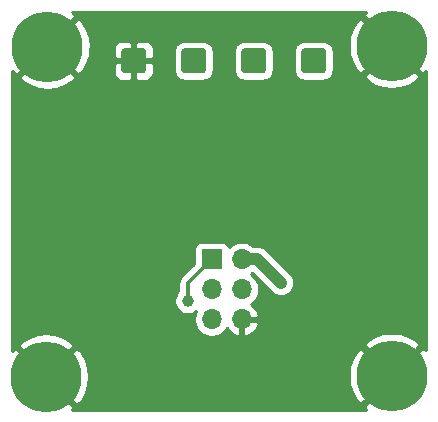
<source format=gbr>
%TF.GenerationSoftware,KiCad,Pcbnew,5.1.9*%
%TF.CreationDate,2021-02-14T15:49:58+01:00*%
%TF.ProjectId,test,74657374-2e6b-4696-9361-645f70636258,rev?*%
%TF.SameCoordinates,Original*%
%TF.FileFunction,Copper,L2,Bot*%
%TF.FilePolarity,Positive*%
%FSLAX46Y46*%
G04 Gerber Fmt 4.6, Leading zero omitted, Abs format (unit mm)*
G04 Created by KiCad (PCBNEW 5.1.9) date 2021-02-14 15:49:58*
%MOMM*%
%LPD*%
G01*
G04 APERTURE LIST*
%TA.AperFunction,ComponentPad*%
%ADD10O,1.700000X1.700000*%
%TD*%
%TA.AperFunction,ComponentPad*%
%ADD11R,1.700000X1.700000*%
%TD*%
%TA.AperFunction,ComponentPad*%
%ADD12C,0.800000*%
%TD*%
%TA.AperFunction,ComponentPad*%
%ADD13C,6.000000*%
%TD*%
%TA.AperFunction,ViaPad*%
%ADD14C,1.000000*%
%TD*%
%TA.AperFunction,Conductor*%
%ADD15C,1.000000*%
%TD*%
%TA.AperFunction,Conductor*%
%ADD16C,0.300000*%
%TD*%
%TA.AperFunction,Conductor*%
%ADD17C,0.254000*%
%TD*%
%TA.AperFunction,Conductor*%
%ADD18C,0.100000*%
%TD*%
G04 APERTURE END LIST*
D10*
%TO.P,J1,6*%
%TO.N,GND*%
X38354000Y-43484800D03*
%TO.P,J1,5*%
%TO.N,Net-(J1-Pad5)*%
X35814000Y-43484800D03*
%TO.P,J1,4*%
%TO.N,Net-(H3-Pad1)*%
X38354000Y-40944800D03*
%TO.P,J1,3*%
%TO.N,Net-(J1-Pad3)*%
X35814000Y-40944800D03*
%TO.P,J1,2*%
%TO.N,+5V*%
X38354000Y-38404800D03*
D11*
%TO.P,J1,1*%
%TO.N,Net-(J1-Pad1)*%
X35814000Y-38404800D03*
%TD*%
D12*
%TO.P,H8,1*%
%TO.N,GND*%
X52644990Y-46669010D03*
X51054000Y-46010000D03*
X49463010Y-46669010D03*
X48804000Y-48260000D03*
X49463010Y-49850990D03*
X51054000Y-50510000D03*
X52644990Y-49850990D03*
X53304000Y-48260000D03*
D13*
X51054000Y-48260000D03*
%TD*%
D12*
%TO.P,H7,1*%
%TO.N,GND*%
X52644990Y-18733010D03*
X51054000Y-18074000D03*
X49463010Y-18733010D03*
X48804000Y-20324000D03*
X49463010Y-21914990D03*
X51054000Y-22574000D03*
X52644990Y-21914990D03*
X53304000Y-20324000D03*
D13*
X51054000Y-20320000D03*
%TD*%
D12*
%TO.P,H6,1*%
%TO.N,GND*%
X23368000Y-46736000D03*
X21777010Y-46076990D03*
X20186020Y-46736000D03*
X19527010Y-48326990D03*
X20186020Y-49917980D03*
X21777010Y-50576990D03*
X23368000Y-49917980D03*
X24027010Y-48326990D03*
D13*
X21777010Y-48326990D03*
%TD*%
D12*
%TO.P,H5,1*%
%TO.N,GND*%
X23501980Y-18796000D03*
X21910990Y-18136990D03*
X20320000Y-18796000D03*
X19660990Y-20386990D03*
X20320000Y-21977980D03*
X21910990Y-22636990D03*
X23501980Y-21977980D03*
X24160990Y-20386990D03*
D13*
X21910990Y-20386990D03*
%TD*%
%TO.P,H4-Pwr,1*%
%TO.N,Net-(H4-Pad1)*%
%TA.AperFunction,ComponentPad*%
G36*
G01*
X43400000Y-22390000D02*
X43400000Y-20790000D01*
G75*
G02*
X43650000Y-20540000I250000J0D01*
G01*
X45250000Y-20540000D01*
G75*
G02*
X45500000Y-20790000I0J-250000D01*
G01*
X45500000Y-22390000D01*
G75*
G02*
X45250000Y-22640000I-250000J0D01*
G01*
X43650000Y-22640000D01*
G75*
G02*
X43400000Y-22390000I0J250000D01*
G01*
G37*
%TD.AperFunction*%
%TD*%
%TO.P,H3-Off,1*%
%TO.N,Net-(H3-Pad1)*%
%TA.AperFunction,ComponentPad*%
G36*
G01*
X38320000Y-22390000D02*
X38320000Y-20790000D01*
G75*
G02*
X38570000Y-20540000I250000J0D01*
G01*
X40170000Y-20540000D01*
G75*
G02*
X40420000Y-20790000I0J-250000D01*
G01*
X40420000Y-22390000D01*
G75*
G02*
X40170000Y-22640000I-250000J0D01*
G01*
X38570000Y-22640000D01*
G75*
G02*
X38320000Y-22390000I0J250000D01*
G01*
G37*
%TD.AperFunction*%
%TD*%
%TO.P,H2-GND,1*%
%TO.N,GND*%
%TA.AperFunction,ComponentPad*%
G36*
G01*
X28160000Y-22390000D02*
X28160000Y-20790000D01*
G75*
G02*
X28410000Y-20540000I250000J0D01*
G01*
X30010000Y-20540000D01*
G75*
G02*
X30260000Y-20790000I0J-250000D01*
G01*
X30260000Y-22390000D01*
G75*
G02*
X30010000Y-22640000I-250000J0D01*
G01*
X28410000Y-22640000D01*
G75*
G02*
X28160000Y-22390000I0J250000D01*
G01*
G37*
%TD.AperFunction*%
%TD*%
%TO.P,H1-VCC,1*%
%TO.N,Net-(C1-Pad1)*%
%TA.AperFunction,ComponentPad*%
G36*
G01*
X33240000Y-22390000D02*
X33240000Y-20790000D01*
G75*
G02*
X33490000Y-20540000I250000J0D01*
G01*
X35090000Y-20540000D01*
G75*
G02*
X35340000Y-20790000I0J-250000D01*
G01*
X35340000Y-22390000D01*
G75*
G02*
X35090000Y-22640000I-250000J0D01*
G01*
X33490000Y-22640000D01*
G75*
G02*
X33240000Y-22390000I0J250000D01*
G01*
G37*
%TD.AperFunction*%
%TD*%
D14*
%TO.N,+5V*%
X41656000Y-40386000D03*
%TO.N,Net-(J1-Pad1)*%
X33782000Y-41921800D03*
%TD*%
D15*
%TO.N,+5V*%
X38354000Y-38404800D02*
X38658800Y-38404800D01*
X38354000Y-38404800D02*
X39674800Y-38404800D01*
X39674800Y-38404800D02*
X41656000Y-40386000D01*
D16*
%TO.N,Net-(J1-Pad1)*%
X33782000Y-40436800D02*
X35814000Y-38404800D01*
X33782000Y-41921800D02*
X33782000Y-40436800D01*
%TD*%
D17*
%TO.N,GND*%
X48674919Y-17761314D02*
X48936578Y-18022973D01*
X48936174Y-18026569D01*
X49463010Y-18553405D01*
X49465010Y-18551405D01*
X49644615Y-18731010D01*
X49642615Y-18733010D01*
X50169451Y-19259846D01*
X50173047Y-19259442D01*
X51054000Y-20140395D01*
X51068143Y-20126253D01*
X51247748Y-20305858D01*
X51233605Y-20320000D01*
X52118558Y-21204953D01*
X52118154Y-21208549D01*
X52644990Y-21735385D01*
X52646990Y-21733385D01*
X52826595Y-21912990D01*
X52824595Y-21914990D01*
X53351431Y-22441826D01*
X53355027Y-22441422D01*
X53612686Y-22699081D01*
X53949303Y-22457882D01*
X53941580Y-46116585D01*
X53612686Y-45880919D01*
X51233605Y-48260000D01*
X51247748Y-48274143D01*
X51068143Y-48453748D01*
X51054000Y-48439605D01*
X48674919Y-50818686D01*
X48916617Y-51156000D01*
X23962393Y-51156000D01*
X24156091Y-50885676D01*
X21777010Y-48506595D01*
X21762868Y-48520738D01*
X21583263Y-48341133D01*
X21597405Y-48326990D01*
X21956615Y-48326990D01*
X24335696Y-50706071D01*
X24804878Y-50369884D01*
X25145247Y-49739922D01*
X25356176Y-49055663D01*
X25429560Y-48343401D01*
X25420183Y-48243589D01*
X47401450Y-48243589D01*
X47468431Y-48956482D01*
X47673204Y-49642609D01*
X48007898Y-50275603D01*
X48026132Y-50302894D01*
X48495314Y-50639081D01*
X50874395Y-48260000D01*
X48495314Y-45880919D01*
X48026132Y-46217106D01*
X47685763Y-46847068D01*
X47474834Y-47531327D01*
X47401450Y-48243589D01*
X25420183Y-48243589D01*
X25362579Y-47630508D01*
X25157806Y-46944381D01*
X24823112Y-46311387D01*
X24804878Y-46284096D01*
X24335696Y-45947909D01*
X21956615Y-48326990D01*
X21597405Y-48326990D01*
X19218324Y-45947909D01*
X18948000Y-46141607D01*
X18948000Y-45768304D01*
X19397929Y-45768304D01*
X21777010Y-48147385D01*
X24156091Y-45768304D01*
X24108091Y-45701314D01*
X48674919Y-45701314D01*
X51054000Y-48080395D01*
X53433081Y-45701314D01*
X53096894Y-45232132D01*
X52466932Y-44891763D01*
X51782673Y-44680834D01*
X51070411Y-44607450D01*
X50357518Y-44674431D01*
X49671391Y-44879204D01*
X49038397Y-45213898D01*
X49011106Y-45232132D01*
X48674919Y-45701314D01*
X24108091Y-45701314D01*
X23819904Y-45299122D01*
X23189942Y-44958753D01*
X22505683Y-44747824D01*
X21793421Y-44674440D01*
X21080528Y-44741421D01*
X20394401Y-44946194D01*
X19761407Y-45280888D01*
X19734116Y-45299122D01*
X19397929Y-45768304D01*
X18948000Y-45768304D01*
X18948000Y-41810012D01*
X32647000Y-41810012D01*
X32647000Y-42033588D01*
X32690617Y-42252867D01*
X32776176Y-42459424D01*
X32900388Y-42645320D01*
X33058480Y-42803412D01*
X33244376Y-42927624D01*
X33450933Y-43013183D01*
X33670212Y-43056800D01*
X33893788Y-43056800D01*
X34113067Y-43013183D01*
X34319624Y-42927624D01*
X34482523Y-42818778D01*
X34386068Y-43051642D01*
X34329000Y-43338540D01*
X34329000Y-43631060D01*
X34386068Y-43917958D01*
X34498010Y-44188211D01*
X34660525Y-44431432D01*
X34867368Y-44638275D01*
X35110589Y-44800790D01*
X35380842Y-44912732D01*
X35667740Y-44969800D01*
X35960260Y-44969800D01*
X36247158Y-44912732D01*
X36517411Y-44800790D01*
X36760632Y-44638275D01*
X36967475Y-44431432D01*
X37085100Y-44255394D01*
X37256412Y-44485069D01*
X37472645Y-44679978D01*
X37722748Y-44828957D01*
X37997109Y-44926281D01*
X38227000Y-44805614D01*
X38227000Y-43611800D01*
X38481000Y-43611800D01*
X38481000Y-44805614D01*
X38710891Y-44926281D01*
X38985252Y-44828957D01*
X39235355Y-44679978D01*
X39451588Y-44485069D01*
X39625641Y-44251720D01*
X39750825Y-43988899D01*
X39795476Y-43841690D01*
X39674155Y-43611800D01*
X38481000Y-43611800D01*
X38227000Y-43611800D01*
X38207000Y-43611800D01*
X38207000Y-43357800D01*
X38227000Y-43357800D01*
X38227000Y-43337800D01*
X38481000Y-43337800D01*
X38481000Y-43357800D01*
X39674155Y-43357800D01*
X39795476Y-43127910D01*
X39750825Y-42980701D01*
X39625641Y-42717880D01*
X39451588Y-42484531D01*
X39235355Y-42289622D01*
X39118466Y-42219995D01*
X39300632Y-42098275D01*
X39507475Y-41891432D01*
X39669990Y-41648211D01*
X39781932Y-41377958D01*
X39839000Y-41091060D01*
X39839000Y-40798540D01*
X39781932Y-40511642D01*
X39669990Y-40241389D01*
X39507475Y-39998168D01*
X39300632Y-39791325D01*
X39126240Y-39674800D01*
X39254181Y-39589312D01*
X40774388Y-41109520D01*
X40932480Y-41267612D01*
X40979074Y-41298745D01*
X41022377Y-41334283D01*
X41071780Y-41360690D01*
X41118376Y-41391824D01*
X41170151Y-41413270D01*
X41219553Y-41439676D01*
X41273158Y-41455937D01*
X41324933Y-41477383D01*
X41379894Y-41488315D01*
X41433501Y-41504577D01*
X41489253Y-41510068D01*
X41544212Y-41521000D01*
X41600248Y-41521000D01*
X41656000Y-41526491D01*
X41711751Y-41521000D01*
X41767788Y-41521000D01*
X41822748Y-41510068D01*
X41878498Y-41504577D01*
X41932103Y-41488316D01*
X41987067Y-41477383D01*
X42038845Y-41455936D01*
X42092446Y-41439676D01*
X42141845Y-41413272D01*
X42193624Y-41391824D01*
X42240224Y-41360687D01*
X42289622Y-41334283D01*
X42332920Y-41298749D01*
X42379520Y-41267612D01*
X42419151Y-41227981D01*
X42462448Y-41192448D01*
X42497981Y-41149151D01*
X42537612Y-41109520D01*
X42568749Y-41062920D01*
X42604283Y-41019622D01*
X42630687Y-40970224D01*
X42661824Y-40923624D01*
X42683272Y-40871845D01*
X42709676Y-40822446D01*
X42725936Y-40768845D01*
X42747383Y-40717067D01*
X42758316Y-40662103D01*
X42774577Y-40608498D01*
X42780068Y-40552748D01*
X42791000Y-40497788D01*
X42791000Y-40441751D01*
X42796491Y-40386000D01*
X42791000Y-40330248D01*
X42791000Y-40274212D01*
X42780068Y-40219253D01*
X42774577Y-40163501D01*
X42758315Y-40109894D01*
X42747383Y-40054933D01*
X42725937Y-40003158D01*
X42709676Y-39949553D01*
X42683270Y-39900151D01*
X42661824Y-39848376D01*
X42630690Y-39801780D01*
X42604283Y-39752377D01*
X42568745Y-39709074D01*
X42537612Y-39662480D01*
X42379520Y-39504388D01*
X40516796Y-37641665D01*
X40481249Y-37598351D01*
X40308423Y-37456516D01*
X40111247Y-37351124D01*
X39897299Y-37286223D01*
X39730552Y-37269800D01*
X39730551Y-37269800D01*
X39674800Y-37264309D01*
X39619049Y-37269800D01*
X39319107Y-37269800D01*
X39300632Y-37251325D01*
X39057411Y-37088810D01*
X38787158Y-36976868D01*
X38500260Y-36919800D01*
X38207740Y-36919800D01*
X37920842Y-36976868D01*
X37650589Y-37088810D01*
X37407368Y-37251325D01*
X37275513Y-37383180D01*
X37253502Y-37310620D01*
X37194537Y-37200306D01*
X37115185Y-37103615D01*
X37018494Y-37024263D01*
X36908180Y-36965298D01*
X36788482Y-36928988D01*
X36664000Y-36916728D01*
X34964000Y-36916728D01*
X34839518Y-36928988D01*
X34719820Y-36965298D01*
X34609506Y-37024263D01*
X34512815Y-37103615D01*
X34433463Y-37200306D01*
X34374498Y-37310620D01*
X34338188Y-37430318D01*
X34325928Y-37554800D01*
X34325928Y-38782714D01*
X33254185Y-39854458D01*
X33224237Y-39879036D01*
X33199659Y-39908984D01*
X33199655Y-39908988D01*
X33166690Y-39949156D01*
X33126139Y-39998567D01*
X33096011Y-40054933D01*
X33053246Y-40134941D01*
X33008359Y-40282914D01*
X32993203Y-40436800D01*
X32997001Y-40475362D01*
X32997001Y-41101667D01*
X32900388Y-41198280D01*
X32776176Y-41384176D01*
X32690617Y-41590733D01*
X32647000Y-41810012D01*
X18948000Y-41810012D01*
X18948000Y-22945676D01*
X19531909Y-22945676D01*
X19868096Y-23414858D01*
X20498058Y-23755227D01*
X21182317Y-23966156D01*
X21894579Y-24039540D01*
X22607472Y-23972559D01*
X23293599Y-23767786D01*
X23926593Y-23433092D01*
X23953884Y-23414858D01*
X24290071Y-22945676D01*
X21910990Y-20566595D01*
X19531909Y-22945676D01*
X18948000Y-22945676D01*
X18948000Y-22476372D01*
X19352304Y-22766071D01*
X21731385Y-20386990D01*
X22090595Y-20386990D01*
X24469676Y-22766071D01*
X24645620Y-22640000D01*
X27521928Y-22640000D01*
X27534188Y-22764482D01*
X27570498Y-22884180D01*
X27629463Y-22994494D01*
X27708815Y-23091185D01*
X27805506Y-23170537D01*
X27915820Y-23229502D01*
X28035518Y-23265812D01*
X28160000Y-23278072D01*
X28924250Y-23275000D01*
X29083000Y-23116250D01*
X29083000Y-21717000D01*
X29337000Y-21717000D01*
X29337000Y-23116250D01*
X29495750Y-23275000D01*
X30260000Y-23278072D01*
X30384482Y-23265812D01*
X30504180Y-23229502D01*
X30614494Y-23170537D01*
X30711185Y-23091185D01*
X30790537Y-22994494D01*
X30849502Y-22884180D01*
X30885812Y-22764482D01*
X30898072Y-22640000D01*
X30895000Y-21875750D01*
X30736250Y-21717000D01*
X29337000Y-21717000D01*
X29083000Y-21717000D01*
X27683750Y-21717000D01*
X27525000Y-21875750D01*
X27521928Y-22640000D01*
X24645620Y-22640000D01*
X24938858Y-22429884D01*
X25279227Y-21799922D01*
X25490156Y-21115663D01*
X25549466Y-20540000D01*
X27521928Y-20540000D01*
X27525000Y-21304250D01*
X27683750Y-21463000D01*
X29083000Y-21463000D01*
X29083000Y-20063750D01*
X29337000Y-20063750D01*
X29337000Y-21463000D01*
X30736250Y-21463000D01*
X30895000Y-21304250D01*
X30897067Y-20790000D01*
X32601928Y-20790000D01*
X32601928Y-22390000D01*
X32618992Y-22563254D01*
X32669528Y-22729850D01*
X32751595Y-22883386D01*
X32862038Y-23017962D01*
X32996614Y-23128405D01*
X33150150Y-23210472D01*
X33316746Y-23261008D01*
X33490000Y-23278072D01*
X35090000Y-23278072D01*
X35263254Y-23261008D01*
X35429850Y-23210472D01*
X35583386Y-23128405D01*
X35717962Y-23017962D01*
X35828405Y-22883386D01*
X35910472Y-22729850D01*
X35961008Y-22563254D01*
X35978072Y-22390000D01*
X35978072Y-20790000D01*
X37681928Y-20790000D01*
X37681928Y-22390000D01*
X37698992Y-22563254D01*
X37749528Y-22729850D01*
X37831595Y-22883386D01*
X37942038Y-23017962D01*
X38076614Y-23128405D01*
X38230150Y-23210472D01*
X38396746Y-23261008D01*
X38570000Y-23278072D01*
X40170000Y-23278072D01*
X40343254Y-23261008D01*
X40509850Y-23210472D01*
X40663386Y-23128405D01*
X40797962Y-23017962D01*
X40908405Y-22883386D01*
X40990472Y-22729850D01*
X41041008Y-22563254D01*
X41058072Y-22390000D01*
X41058072Y-20790000D01*
X42761928Y-20790000D01*
X42761928Y-22390000D01*
X42778992Y-22563254D01*
X42829528Y-22729850D01*
X42911595Y-22883386D01*
X43022038Y-23017962D01*
X43156614Y-23128405D01*
X43310150Y-23210472D01*
X43476746Y-23261008D01*
X43650000Y-23278072D01*
X45250000Y-23278072D01*
X45423254Y-23261008D01*
X45589850Y-23210472D01*
X45743386Y-23128405D01*
X45877962Y-23017962D01*
X45988405Y-22883386D01*
X45990917Y-22878686D01*
X48674919Y-22878686D01*
X49011106Y-23347868D01*
X49641068Y-23688237D01*
X50325327Y-23899166D01*
X51037589Y-23972550D01*
X51750482Y-23905569D01*
X52436609Y-23700796D01*
X53069603Y-23366102D01*
X53096894Y-23347868D01*
X53433081Y-22878686D01*
X51054000Y-20499605D01*
X48674919Y-22878686D01*
X45990917Y-22878686D01*
X46070472Y-22729850D01*
X46121008Y-22563254D01*
X46138072Y-22390000D01*
X46138072Y-20790000D01*
X46121008Y-20616746D01*
X46070472Y-20450150D01*
X45992134Y-20303589D01*
X47401450Y-20303589D01*
X47468431Y-21016482D01*
X47673204Y-21702609D01*
X48007898Y-22335603D01*
X48026132Y-22362894D01*
X48495314Y-22699081D01*
X48752973Y-22441422D01*
X48756569Y-22441826D01*
X49283405Y-21914990D01*
X49281405Y-21912990D01*
X49461010Y-21733385D01*
X49463010Y-21735385D01*
X49989846Y-21208549D01*
X49989442Y-21204953D01*
X50874395Y-20320000D01*
X48495314Y-17940919D01*
X48026132Y-18277106D01*
X47685763Y-18907068D01*
X47474834Y-19591327D01*
X47401450Y-20303589D01*
X45992134Y-20303589D01*
X45988405Y-20296614D01*
X45877962Y-20162038D01*
X45743386Y-20051595D01*
X45589850Y-19969528D01*
X45423254Y-19918992D01*
X45250000Y-19901928D01*
X43650000Y-19901928D01*
X43476746Y-19918992D01*
X43310150Y-19969528D01*
X43156614Y-20051595D01*
X43022038Y-20162038D01*
X42911595Y-20296614D01*
X42829528Y-20450150D01*
X42778992Y-20616746D01*
X42761928Y-20790000D01*
X41058072Y-20790000D01*
X41041008Y-20616746D01*
X40990472Y-20450150D01*
X40908405Y-20296614D01*
X40797962Y-20162038D01*
X40663386Y-20051595D01*
X40509850Y-19969528D01*
X40343254Y-19918992D01*
X40170000Y-19901928D01*
X38570000Y-19901928D01*
X38396746Y-19918992D01*
X38230150Y-19969528D01*
X38076614Y-20051595D01*
X37942038Y-20162038D01*
X37831595Y-20296614D01*
X37749528Y-20450150D01*
X37698992Y-20616746D01*
X37681928Y-20790000D01*
X35978072Y-20790000D01*
X35961008Y-20616746D01*
X35910472Y-20450150D01*
X35828405Y-20296614D01*
X35717962Y-20162038D01*
X35583386Y-20051595D01*
X35429850Y-19969528D01*
X35263254Y-19918992D01*
X35090000Y-19901928D01*
X33490000Y-19901928D01*
X33316746Y-19918992D01*
X33150150Y-19969528D01*
X32996614Y-20051595D01*
X32862038Y-20162038D01*
X32751595Y-20296614D01*
X32669528Y-20450150D01*
X32618992Y-20616746D01*
X32601928Y-20790000D01*
X30897067Y-20790000D01*
X30898072Y-20540000D01*
X30885812Y-20415518D01*
X30849502Y-20295820D01*
X30790537Y-20185506D01*
X30711185Y-20088815D01*
X30614494Y-20009463D01*
X30504180Y-19950498D01*
X30384482Y-19914188D01*
X30260000Y-19901928D01*
X29495750Y-19905000D01*
X29337000Y-20063750D01*
X29083000Y-20063750D01*
X28924250Y-19905000D01*
X28160000Y-19901928D01*
X28035518Y-19914188D01*
X27915820Y-19950498D01*
X27805506Y-20009463D01*
X27708815Y-20088815D01*
X27629463Y-20185506D01*
X27570498Y-20295820D01*
X27534188Y-20415518D01*
X27521928Y-20540000D01*
X25549466Y-20540000D01*
X25563540Y-20403401D01*
X25496559Y-19690508D01*
X25291786Y-19004381D01*
X24957092Y-18371387D01*
X24938858Y-18344096D01*
X24469676Y-18007909D01*
X22090595Y-20386990D01*
X21731385Y-20386990D01*
X21717243Y-20372848D01*
X21896848Y-20193243D01*
X21910990Y-20207385D01*
X24290071Y-17828304D01*
X24000372Y-17424000D01*
X48916617Y-17424000D01*
X48674919Y-17761314D01*
%TA.AperFunction,Conductor*%
D18*
G36*
X48674919Y-17761314D02*
G01*
X48936578Y-18022973D01*
X48936174Y-18026569D01*
X49463010Y-18553405D01*
X49465010Y-18551405D01*
X49644615Y-18731010D01*
X49642615Y-18733010D01*
X50169451Y-19259846D01*
X50173047Y-19259442D01*
X51054000Y-20140395D01*
X51068143Y-20126253D01*
X51247748Y-20305858D01*
X51233605Y-20320000D01*
X52118558Y-21204953D01*
X52118154Y-21208549D01*
X52644990Y-21735385D01*
X52646990Y-21733385D01*
X52826595Y-21912990D01*
X52824595Y-21914990D01*
X53351431Y-22441826D01*
X53355027Y-22441422D01*
X53612686Y-22699081D01*
X53949303Y-22457882D01*
X53941580Y-46116585D01*
X53612686Y-45880919D01*
X51233605Y-48260000D01*
X51247748Y-48274143D01*
X51068143Y-48453748D01*
X51054000Y-48439605D01*
X48674919Y-50818686D01*
X48916617Y-51156000D01*
X23962393Y-51156000D01*
X24156091Y-50885676D01*
X21777010Y-48506595D01*
X21762868Y-48520738D01*
X21583263Y-48341133D01*
X21597405Y-48326990D01*
X21956615Y-48326990D01*
X24335696Y-50706071D01*
X24804878Y-50369884D01*
X25145247Y-49739922D01*
X25356176Y-49055663D01*
X25429560Y-48343401D01*
X25420183Y-48243589D01*
X47401450Y-48243589D01*
X47468431Y-48956482D01*
X47673204Y-49642609D01*
X48007898Y-50275603D01*
X48026132Y-50302894D01*
X48495314Y-50639081D01*
X50874395Y-48260000D01*
X48495314Y-45880919D01*
X48026132Y-46217106D01*
X47685763Y-46847068D01*
X47474834Y-47531327D01*
X47401450Y-48243589D01*
X25420183Y-48243589D01*
X25362579Y-47630508D01*
X25157806Y-46944381D01*
X24823112Y-46311387D01*
X24804878Y-46284096D01*
X24335696Y-45947909D01*
X21956615Y-48326990D01*
X21597405Y-48326990D01*
X19218324Y-45947909D01*
X18948000Y-46141607D01*
X18948000Y-45768304D01*
X19397929Y-45768304D01*
X21777010Y-48147385D01*
X24156091Y-45768304D01*
X24108091Y-45701314D01*
X48674919Y-45701314D01*
X51054000Y-48080395D01*
X53433081Y-45701314D01*
X53096894Y-45232132D01*
X52466932Y-44891763D01*
X51782673Y-44680834D01*
X51070411Y-44607450D01*
X50357518Y-44674431D01*
X49671391Y-44879204D01*
X49038397Y-45213898D01*
X49011106Y-45232132D01*
X48674919Y-45701314D01*
X24108091Y-45701314D01*
X23819904Y-45299122D01*
X23189942Y-44958753D01*
X22505683Y-44747824D01*
X21793421Y-44674440D01*
X21080528Y-44741421D01*
X20394401Y-44946194D01*
X19761407Y-45280888D01*
X19734116Y-45299122D01*
X19397929Y-45768304D01*
X18948000Y-45768304D01*
X18948000Y-41810012D01*
X32647000Y-41810012D01*
X32647000Y-42033588D01*
X32690617Y-42252867D01*
X32776176Y-42459424D01*
X32900388Y-42645320D01*
X33058480Y-42803412D01*
X33244376Y-42927624D01*
X33450933Y-43013183D01*
X33670212Y-43056800D01*
X33893788Y-43056800D01*
X34113067Y-43013183D01*
X34319624Y-42927624D01*
X34482523Y-42818778D01*
X34386068Y-43051642D01*
X34329000Y-43338540D01*
X34329000Y-43631060D01*
X34386068Y-43917958D01*
X34498010Y-44188211D01*
X34660525Y-44431432D01*
X34867368Y-44638275D01*
X35110589Y-44800790D01*
X35380842Y-44912732D01*
X35667740Y-44969800D01*
X35960260Y-44969800D01*
X36247158Y-44912732D01*
X36517411Y-44800790D01*
X36760632Y-44638275D01*
X36967475Y-44431432D01*
X37085100Y-44255394D01*
X37256412Y-44485069D01*
X37472645Y-44679978D01*
X37722748Y-44828957D01*
X37997109Y-44926281D01*
X38227000Y-44805614D01*
X38227000Y-43611800D01*
X38481000Y-43611800D01*
X38481000Y-44805614D01*
X38710891Y-44926281D01*
X38985252Y-44828957D01*
X39235355Y-44679978D01*
X39451588Y-44485069D01*
X39625641Y-44251720D01*
X39750825Y-43988899D01*
X39795476Y-43841690D01*
X39674155Y-43611800D01*
X38481000Y-43611800D01*
X38227000Y-43611800D01*
X38207000Y-43611800D01*
X38207000Y-43357800D01*
X38227000Y-43357800D01*
X38227000Y-43337800D01*
X38481000Y-43337800D01*
X38481000Y-43357800D01*
X39674155Y-43357800D01*
X39795476Y-43127910D01*
X39750825Y-42980701D01*
X39625641Y-42717880D01*
X39451588Y-42484531D01*
X39235355Y-42289622D01*
X39118466Y-42219995D01*
X39300632Y-42098275D01*
X39507475Y-41891432D01*
X39669990Y-41648211D01*
X39781932Y-41377958D01*
X39839000Y-41091060D01*
X39839000Y-40798540D01*
X39781932Y-40511642D01*
X39669990Y-40241389D01*
X39507475Y-39998168D01*
X39300632Y-39791325D01*
X39126240Y-39674800D01*
X39254181Y-39589312D01*
X40774388Y-41109520D01*
X40932480Y-41267612D01*
X40979074Y-41298745D01*
X41022377Y-41334283D01*
X41071780Y-41360690D01*
X41118376Y-41391824D01*
X41170151Y-41413270D01*
X41219553Y-41439676D01*
X41273158Y-41455937D01*
X41324933Y-41477383D01*
X41379894Y-41488315D01*
X41433501Y-41504577D01*
X41489253Y-41510068D01*
X41544212Y-41521000D01*
X41600248Y-41521000D01*
X41656000Y-41526491D01*
X41711751Y-41521000D01*
X41767788Y-41521000D01*
X41822748Y-41510068D01*
X41878498Y-41504577D01*
X41932103Y-41488316D01*
X41987067Y-41477383D01*
X42038845Y-41455936D01*
X42092446Y-41439676D01*
X42141845Y-41413272D01*
X42193624Y-41391824D01*
X42240224Y-41360687D01*
X42289622Y-41334283D01*
X42332920Y-41298749D01*
X42379520Y-41267612D01*
X42419151Y-41227981D01*
X42462448Y-41192448D01*
X42497981Y-41149151D01*
X42537612Y-41109520D01*
X42568749Y-41062920D01*
X42604283Y-41019622D01*
X42630687Y-40970224D01*
X42661824Y-40923624D01*
X42683272Y-40871845D01*
X42709676Y-40822446D01*
X42725936Y-40768845D01*
X42747383Y-40717067D01*
X42758316Y-40662103D01*
X42774577Y-40608498D01*
X42780068Y-40552748D01*
X42791000Y-40497788D01*
X42791000Y-40441751D01*
X42796491Y-40386000D01*
X42791000Y-40330248D01*
X42791000Y-40274212D01*
X42780068Y-40219253D01*
X42774577Y-40163501D01*
X42758315Y-40109894D01*
X42747383Y-40054933D01*
X42725937Y-40003158D01*
X42709676Y-39949553D01*
X42683270Y-39900151D01*
X42661824Y-39848376D01*
X42630690Y-39801780D01*
X42604283Y-39752377D01*
X42568745Y-39709074D01*
X42537612Y-39662480D01*
X42379520Y-39504388D01*
X40516796Y-37641665D01*
X40481249Y-37598351D01*
X40308423Y-37456516D01*
X40111247Y-37351124D01*
X39897299Y-37286223D01*
X39730552Y-37269800D01*
X39730551Y-37269800D01*
X39674800Y-37264309D01*
X39619049Y-37269800D01*
X39319107Y-37269800D01*
X39300632Y-37251325D01*
X39057411Y-37088810D01*
X38787158Y-36976868D01*
X38500260Y-36919800D01*
X38207740Y-36919800D01*
X37920842Y-36976868D01*
X37650589Y-37088810D01*
X37407368Y-37251325D01*
X37275513Y-37383180D01*
X37253502Y-37310620D01*
X37194537Y-37200306D01*
X37115185Y-37103615D01*
X37018494Y-37024263D01*
X36908180Y-36965298D01*
X36788482Y-36928988D01*
X36664000Y-36916728D01*
X34964000Y-36916728D01*
X34839518Y-36928988D01*
X34719820Y-36965298D01*
X34609506Y-37024263D01*
X34512815Y-37103615D01*
X34433463Y-37200306D01*
X34374498Y-37310620D01*
X34338188Y-37430318D01*
X34325928Y-37554800D01*
X34325928Y-38782714D01*
X33254185Y-39854458D01*
X33224237Y-39879036D01*
X33199659Y-39908984D01*
X33199655Y-39908988D01*
X33166690Y-39949156D01*
X33126139Y-39998567D01*
X33096011Y-40054933D01*
X33053246Y-40134941D01*
X33008359Y-40282914D01*
X32993203Y-40436800D01*
X32997001Y-40475362D01*
X32997001Y-41101667D01*
X32900388Y-41198280D01*
X32776176Y-41384176D01*
X32690617Y-41590733D01*
X32647000Y-41810012D01*
X18948000Y-41810012D01*
X18948000Y-22945676D01*
X19531909Y-22945676D01*
X19868096Y-23414858D01*
X20498058Y-23755227D01*
X21182317Y-23966156D01*
X21894579Y-24039540D01*
X22607472Y-23972559D01*
X23293599Y-23767786D01*
X23926593Y-23433092D01*
X23953884Y-23414858D01*
X24290071Y-22945676D01*
X21910990Y-20566595D01*
X19531909Y-22945676D01*
X18948000Y-22945676D01*
X18948000Y-22476372D01*
X19352304Y-22766071D01*
X21731385Y-20386990D01*
X22090595Y-20386990D01*
X24469676Y-22766071D01*
X24645620Y-22640000D01*
X27521928Y-22640000D01*
X27534188Y-22764482D01*
X27570498Y-22884180D01*
X27629463Y-22994494D01*
X27708815Y-23091185D01*
X27805506Y-23170537D01*
X27915820Y-23229502D01*
X28035518Y-23265812D01*
X28160000Y-23278072D01*
X28924250Y-23275000D01*
X29083000Y-23116250D01*
X29083000Y-21717000D01*
X29337000Y-21717000D01*
X29337000Y-23116250D01*
X29495750Y-23275000D01*
X30260000Y-23278072D01*
X30384482Y-23265812D01*
X30504180Y-23229502D01*
X30614494Y-23170537D01*
X30711185Y-23091185D01*
X30790537Y-22994494D01*
X30849502Y-22884180D01*
X30885812Y-22764482D01*
X30898072Y-22640000D01*
X30895000Y-21875750D01*
X30736250Y-21717000D01*
X29337000Y-21717000D01*
X29083000Y-21717000D01*
X27683750Y-21717000D01*
X27525000Y-21875750D01*
X27521928Y-22640000D01*
X24645620Y-22640000D01*
X24938858Y-22429884D01*
X25279227Y-21799922D01*
X25490156Y-21115663D01*
X25549466Y-20540000D01*
X27521928Y-20540000D01*
X27525000Y-21304250D01*
X27683750Y-21463000D01*
X29083000Y-21463000D01*
X29083000Y-20063750D01*
X29337000Y-20063750D01*
X29337000Y-21463000D01*
X30736250Y-21463000D01*
X30895000Y-21304250D01*
X30897067Y-20790000D01*
X32601928Y-20790000D01*
X32601928Y-22390000D01*
X32618992Y-22563254D01*
X32669528Y-22729850D01*
X32751595Y-22883386D01*
X32862038Y-23017962D01*
X32996614Y-23128405D01*
X33150150Y-23210472D01*
X33316746Y-23261008D01*
X33490000Y-23278072D01*
X35090000Y-23278072D01*
X35263254Y-23261008D01*
X35429850Y-23210472D01*
X35583386Y-23128405D01*
X35717962Y-23017962D01*
X35828405Y-22883386D01*
X35910472Y-22729850D01*
X35961008Y-22563254D01*
X35978072Y-22390000D01*
X35978072Y-20790000D01*
X37681928Y-20790000D01*
X37681928Y-22390000D01*
X37698992Y-22563254D01*
X37749528Y-22729850D01*
X37831595Y-22883386D01*
X37942038Y-23017962D01*
X38076614Y-23128405D01*
X38230150Y-23210472D01*
X38396746Y-23261008D01*
X38570000Y-23278072D01*
X40170000Y-23278072D01*
X40343254Y-23261008D01*
X40509850Y-23210472D01*
X40663386Y-23128405D01*
X40797962Y-23017962D01*
X40908405Y-22883386D01*
X40990472Y-22729850D01*
X41041008Y-22563254D01*
X41058072Y-22390000D01*
X41058072Y-20790000D01*
X42761928Y-20790000D01*
X42761928Y-22390000D01*
X42778992Y-22563254D01*
X42829528Y-22729850D01*
X42911595Y-22883386D01*
X43022038Y-23017962D01*
X43156614Y-23128405D01*
X43310150Y-23210472D01*
X43476746Y-23261008D01*
X43650000Y-23278072D01*
X45250000Y-23278072D01*
X45423254Y-23261008D01*
X45589850Y-23210472D01*
X45743386Y-23128405D01*
X45877962Y-23017962D01*
X45988405Y-22883386D01*
X45990917Y-22878686D01*
X48674919Y-22878686D01*
X49011106Y-23347868D01*
X49641068Y-23688237D01*
X50325327Y-23899166D01*
X51037589Y-23972550D01*
X51750482Y-23905569D01*
X52436609Y-23700796D01*
X53069603Y-23366102D01*
X53096894Y-23347868D01*
X53433081Y-22878686D01*
X51054000Y-20499605D01*
X48674919Y-22878686D01*
X45990917Y-22878686D01*
X46070472Y-22729850D01*
X46121008Y-22563254D01*
X46138072Y-22390000D01*
X46138072Y-20790000D01*
X46121008Y-20616746D01*
X46070472Y-20450150D01*
X45992134Y-20303589D01*
X47401450Y-20303589D01*
X47468431Y-21016482D01*
X47673204Y-21702609D01*
X48007898Y-22335603D01*
X48026132Y-22362894D01*
X48495314Y-22699081D01*
X48752973Y-22441422D01*
X48756569Y-22441826D01*
X49283405Y-21914990D01*
X49281405Y-21912990D01*
X49461010Y-21733385D01*
X49463010Y-21735385D01*
X49989846Y-21208549D01*
X49989442Y-21204953D01*
X50874395Y-20320000D01*
X48495314Y-17940919D01*
X48026132Y-18277106D01*
X47685763Y-18907068D01*
X47474834Y-19591327D01*
X47401450Y-20303589D01*
X45992134Y-20303589D01*
X45988405Y-20296614D01*
X45877962Y-20162038D01*
X45743386Y-20051595D01*
X45589850Y-19969528D01*
X45423254Y-19918992D01*
X45250000Y-19901928D01*
X43650000Y-19901928D01*
X43476746Y-19918992D01*
X43310150Y-19969528D01*
X43156614Y-20051595D01*
X43022038Y-20162038D01*
X42911595Y-20296614D01*
X42829528Y-20450150D01*
X42778992Y-20616746D01*
X42761928Y-20790000D01*
X41058072Y-20790000D01*
X41041008Y-20616746D01*
X40990472Y-20450150D01*
X40908405Y-20296614D01*
X40797962Y-20162038D01*
X40663386Y-20051595D01*
X40509850Y-19969528D01*
X40343254Y-19918992D01*
X40170000Y-19901928D01*
X38570000Y-19901928D01*
X38396746Y-19918992D01*
X38230150Y-19969528D01*
X38076614Y-20051595D01*
X37942038Y-20162038D01*
X37831595Y-20296614D01*
X37749528Y-20450150D01*
X37698992Y-20616746D01*
X37681928Y-20790000D01*
X35978072Y-20790000D01*
X35961008Y-20616746D01*
X35910472Y-20450150D01*
X35828405Y-20296614D01*
X35717962Y-20162038D01*
X35583386Y-20051595D01*
X35429850Y-19969528D01*
X35263254Y-19918992D01*
X35090000Y-19901928D01*
X33490000Y-19901928D01*
X33316746Y-19918992D01*
X33150150Y-19969528D01*
X32996614Y-20051595D01*
X32862038Y-20162038D01*
X32751595Y-20296614D01*
X32669528Y-20450150D01*
X32618992Y-20616746D01*
X32601928Y-20790000D01*
X30897067Y-20790000D01*
X30898072Y-20540000D01*
X30885812Y-20415518D01*
X30849502Y-20295820D01*
X30790537Y-20185506D01*
X30711185Y-20088815D01*
X30614494Y-20009463D01*
X30504180Y-19950498D01*
X30384482Y-19914188D01*
X30260000Y-19901928D01*
X29495750Y-19905000D01*
X29337000Y-20063750D01*
X29083000Y-20063750D01*
X28924250Y-19905000D01*
X28160000Y-19901928D01*
X28035518Y-19914188D01*
X27915820Y-19950498D01*
X27805506Y-20009463D01*
X27708815Y-20088815D01*
X27629463Y-20185506D01*
X27570498Y-20295820D01*
X27534188Y-20415518D01*
X27521928Y-20540000D01*
X25549466Y-20540000D01*
X25563540Y-20403401D01*
X25496559Y-19690508D01*
X25291786Y-19004381D01*
X24957092Y-18371387D01*
X24938858Y-18344096D01*
X24469676Y-18007909D01*
X22090595Y-20386990D01*
X21731385Y-20386990D01*
X21717243Y-20372848D01*
X21896848Y-20193243D01*
X21910990Y-20207385D01*
X24290071Y-17828304D01*
X24000372Y-17424000D01*
X48916617Y-17424000D01*
X48674919Y-17761314D01*
G37*
%TD.AperFunction*%
%TD*%
M02*

</source>
